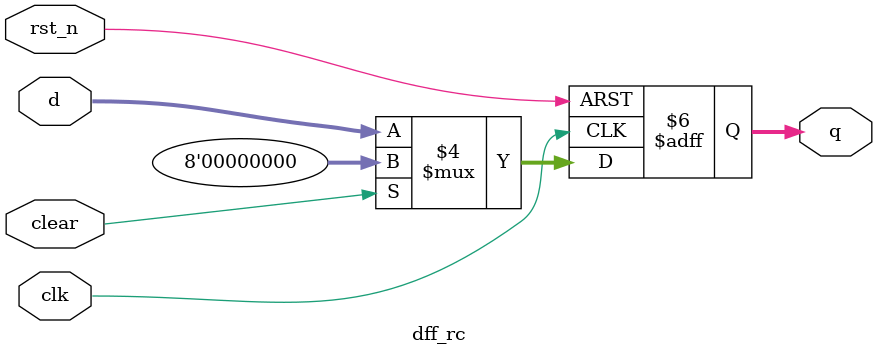
<source format=v>
module dff_rc #(parameter WIDTH=8)(
	input wire clk,
	input wire rst_n,
	input wire clear,
	input wire [WIDTH-1:0]d,
	output reg [WIDTH-1:0]q
);

always@(posedge clk,negedge rst_n)begin
	if(~rst_n)
		q<=0;
	else if(clear)
		q<=0;
	else	
		q<=d;		
end
endmodule

</source>
